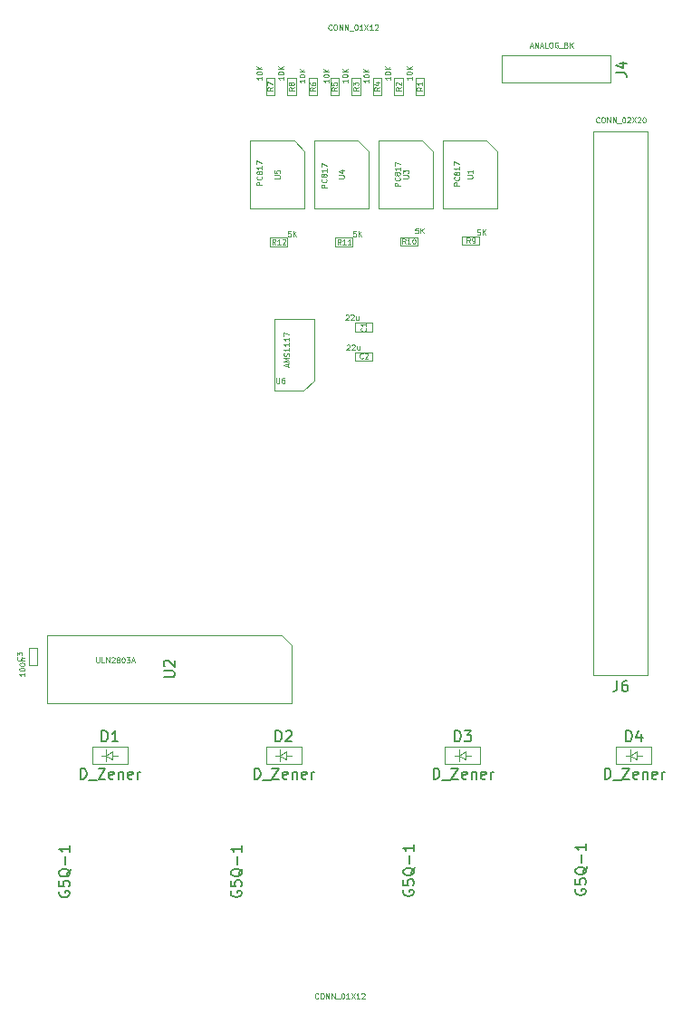
<source format=gbr>
G04 #@! TF.FileFunction,Other,Fab,Top*
%FSLAX46Y46*%
G04 Gerber Fmt 4.6, Leading zero omitted, Abs format (unit mm)*
G04 Created by KiCad (PCBNEW 4.0.6-e0-6349~53~ubuntu16.04.1) date Tue Jul  4 14:55:03 2017*
%MOMM*%
%LPD*%
G01*
G04 APERTURE LIST*
%ADD10C,0.100000*%
%ADD11C,0.150000*%
%ADD12C,0.075000*%
G04 APERTURE END LIST*
D10*
X151980000Y-89050000D02*
X151180000Y-89050000D01*
X151980000Y-87450000D02*
X151980000Y-89050000D01*
X151180000Y-87450000D02*
X151980000Y-87450000D01*
X151180000Y-89050000D02*
X151180000Y-87450000D01*
X205570000Y-32130000D02*
X195410000Y-32130000D01*
X195410000Y-32130000D02*
X195410000Y-34670000D01*
X195410000Y-34670000D02*
X205570000Y-34670000D01*
X205570000Y-34670000D02*
X205570000Y-32130000D01*
X209060000Y-90020000D02*
X209060000Y-39220000D01*
X209060000Y-39220000D02*
X203980000Y-39220000D01*
X203980000Y-39220000D02*
X203980000Y-90020000D01*
X203980000Y-90020000D02*
X209060000Y-90020000D01*
X188150000Y-35800000D02*
X187350000Y-35800000D01*
X188150000Y-34200000D02*
X188150000Y-35800000D01*
X187350000Y-34200000D02*
X188150000Y-34200000D01*
X187350000Y-35800000D02*
X187350000Y-34200000D01*
X186150000Y-35800000D02*
X185350000Y-35800000D01*
X186150000Y-34200000D02*
X186150000Y-35800000D01*
X185350000Y-34200000D02*
X186150000Y-34200000D01*
X185350000Y-35800000D02*
X185350000Y-34200000D01*
X182150000Y-35800000D02*
X181350000Y-35800000D01*
X182150000Y-34200000D02*
X182150000Y-35800000D01*
X181350000Y-34200000D02*
X182150000Y-34200000D01*
X181350000Y-35800000D02*
X181350000Y-34200000D01*
X184150000Y-35800000D02*
X183350000Y-35800000D01*
X184150000Y-34200000D02*
X184150000Y-35800000D01*
X183350000Y-34200000D02*
X184150000Y-34200000D01*
X183350000Y-35800000D02*
X183350000Y-34200000D01*
X180150000Y-35800000D02*
X179350000Y-35800000D01*
X180150000Y-34200000D02*
X180150000Y-35800000D01*
X179350000Y-34200000D02*
X180150000Y-34200000D01*
X179350000Y-35800000D02*
X179350000Y-34200000D01*
X178150000Y-35800000D02*
X177350000Y-35800000D01*
X178150000Y-34200000D02*
X178150000Y-35800000D01*
X177350000Y-34200000D02*
X178150000Y-34200000D01*
X177350000Y-35800000D02*
X177350000Y-34200000D01*
X174150000Y-35800000D02*
X173350000Y-35800000D01*
X174150000Y-34200000D02*
X174150000Y-35800000D01*
X173350000Y-34200000D02*
X174150000Y-34200000D01*
X173350000Y-35800000D02*
X173350000Y-34200000D01*
X176150000Y-35800000D02*
X175350000Y-35800000D01*
X176150000Y-34200000D02*
X176150000Y-35800000D01*
X175350000Y-34200000D02*
X176150000Y-34200000D01*
X175350000Y-35800000D02*
X175350000Y-34200000D01*
X191700000Y-49800000D02*
X191700000Y-49000000D01*
X193300000Y-49800000D02*
X191700000Y-49800000D01*
X193300000Y-49000000D02*
X193300000Y-49800000D01*
X191700000Y-49000000D02*
X193300000Y-49000000D01*
X185900000Y-49900000D02*
X185900000Y-49100000D01*
X187500000Y-49900000D02*
X185900000Y-49900000D01*
X187500000Y-49100000D02*
X187500000Y-49900000D01*
X185900000Y-49100000D02*
X187500000Y-49100000D01*
X179850000Y-49950000D02*
X179850000Y-49150000D01*
X181450000Y-49950000D02*
X179850000Y-49950000D01*
X181450000Y-49150000D02*
X181450000Y-49950000D01*
X179850000Y-49150000D02*
X181450000Y-49150000D01*
X173750000Y-49950000D02*
X173750000Y-49150000D01*
X175350000Y-49950000D02*
X173750000Y-49950000D01*
X175350000Y-49150000D02*
X175350000Y-49950000D01*
X173750000Y-49150000D02*
X175350000Y-49150000D01*
X175780000Y-87245000D02*
X175780000Y-92595000D01*
X175780000Y-92595000D02*
X152920000Y-92595000D01*
X152920000Y-92595000D02*
X152920000Y-86245000D01*
X152920000Y-86245000D02*
X174780000Y-86245000D01*
X174780000Y-86245000D02*
X175780000Y-87245000D01*
X188970000Y-41035000D02*
X188970000Y-46385000D01*
X188970000Y-46385000D02*
X183890000Y-46385000D01*
X183890000Y-46385000D02*
X183890000Y-40035000D01*
X183890000Y-40035000D02*
X187970000Y-40035000D01*
X187970000Y-40035000D02*
X188970000Y-41035000D01*
X182970000Y-41035000D02*
X182970000Y-46385000D01*
X182970000Y-46385000D02*
X177890000Y-46385000D01*
X177890000Y-46385000D02*
X177890000Y-40035000D01*
X177890000Y-40035000D02*
X181970000Y-40035000D01*
X181970000Y-40035000D02*
X182970000Y-41035000D01*
X176970000Y-41035000D02*
X176970000Y-46385000D01*
X176970000Y-46385000D02*
X171890000Y-46385000D01*
X171890000Y-46385000D02*
X171890000Y-40035000D01*
X171890000Y-40035000D02*
X175970000Y-40035000D01*
X175970000Y-40035000D02*
X176970000Y-41035000D01*
X194970000Y-41035000D02*
X194970000Y-46385000D01*
X194970000Y-46385000D02*
X189890000Y-46385000D01*
X189890000Y-46385000D02*
X189890000Y-40035000D01*
X189890000Y-40035000D02*
X193970000Y-40035000D01*
X193970000Y-40035000D02*
X194970000Y-41035000D01*
X181700000Y-57900000D02*
X181700000Y-57100000D01*
X183300000Y-57900000D02*
X181700000Y-57900000D01*
X183300000Y-57100000D02*
X183300000Y-57900000D01*
X181700000Y-57100000D02*
X183300000Y-57100000D01*
X181700000Y-60650000D02*
X181700000Y-59850000D01*
X183300000Y-60650000D02*
X181700000Y-60650000D01*
X183300000Y-59850000D02*
X183300000Y-60650000D01*
X181700000Y-59850000D02*
X183300000Y-59850000D01*
X160400000Y-96700000D02*
X160400000Y-98300000D01*
X160400000Y-98300000D02*
X157100000Y-98300000D01*
X157100000Y-98300000D02*
X157100000Y-96700000D01*
X157100000Y-96700000D02*
X160400000Y-96700000D01*
X159000000Y-97500000D02*
X159500000Y-97500000D01*
X159000000Y-97900000D02*
X158400000Y-97500000D01*
X159000000Y-97100000D02*
X159000000Y-97900000D01*
X158400000Y-97500000D02*
X159000000Y-97100000D01*
X158400000Y-97500000D02*
X158400000Y-98050000D01*
X158400000Y-97500000D02*
X158400000Y-96950000D01*
X158000000Y-97500000D02*
X158400000Y-97500000D01*
X176650000Y-96700000D02*
X176650000Y-98300000D01*
X176650000Y-98300000D02*
X173350000Y-98300000D01*
X173350000Y-98300000D02*
X173350000Y-96700000D01*
X173350000Y-96700000D02*
X176650000Y-96700000D01*
X175250000Y-97500000D02*
X175750000Y-97500000D01*
X175250000Y-97900000D02*
X174650000Y-97500000D01*
X175250000Y-97100000D02*
X175250000Y-97900000D01*
X174650000Y-97500000D02*
X175250000Y-97100000D01*
X174650000Y-97500000D02*
X174650000Y-98050000D01*
X174650000Y-97500000D02*
X174650000Y-96950000D01*
X174250000Y-97500000D02*
X174650000Y-97500000D01*
X193400000Y-96700000D02*
X193400000Y-98300000D01*
X193400000Y-98300000D02*
X190100000Y-98300000D01*
X190100000Y-98300000D02*
X190100000Y-96700000D01*
X190100000Y-96700000D02*
X193400000Y-96700000D01*
X192000000Y-97500000D02*
X192500000Y-97500000D01*
X192000000Y-97900000D02*
X191400000Y-97500000D01*
X192000000Y-97100000D02*
X192000000Y-97900000D01*
X191400000Y-97500000D02*
X192000000Y-97100000D01*
X191400000Y-97500000D02*
X191400000Y-98050000D01*
X191400000Y-97500000D02*
X191400000Y-96950000D01*
X191000000Y-97500000D02*
X191400000Y-97500000D01*
X209400000Y-96700000D02*
X209400000Y-98300000D01*
X209400000Y-98300000D02*
X206100000Y-98300000D01*
X206100000Y-98300000D02*
X206100000Y-96700000D01*
X206100000Y-96700000D02*
X209400000Y-96700000D01*
X208000000Y-97500000D02*
X208500000Y-97500000D01*
X208000000Y-97900000D02*
X207400000Y-97500000D01*
X208000000Y-97100000D02*
X208000000Y-97900000D01*
X207400000Y-97500000D02*
X208000000Y-97100000D01*
X207400000Y-97500000D02*
X207400000Y-98050000D01*
X207400000Y-97500000D02*
X207400000Y-96950000D01*
X207000000Y-97500000D02*
X207400000Y-97500000D01*
X177850000Y-62450000D02*
X176850000Y-63450000D01*
X177850000Y-62450000D02*
X177850000Y-56750000D01*
X176850000Y-63450000D02*
X174150000Y-63450000D01*
X177850000Y-56750000D02*
X174150000Y-56750000D01*
X174150000Y-63450000D02*
X174150000Y-56750000D01*
X150806190Y-89809523D02*
X150806190Y-90095237D01*
X150806190Y-89952380D02*
X150306190Y-89952380D01*
X150377619Y-89999999D01*
X150425238Y-90047618D01*
X150449048Y-90095237D01*
X150306190Y-89499999D02*
X150306190Y-89452380D01*
X150330000Y-89404761D01*
X150353810Y-89380952D01*
X150401429Y-89357142D01*
X150496667Y-89333333D01*
X150615714Y-89333333D01*
X150710952Y-89357142D01*
X150758571Y-89380952D01*
X150782381Y-89404761D01*
X150806190Y-89452380D01*
X150806190Y-89499999D01*
X150782381Y-89547618D01*
X150758571Y-89571428D01*
X150710952Y-89595237D01*
X150615714Y-89619047D01*
X150496667Y-89619047D01*
X150401429Y-89595237D01*
X150353810Y-89571428D01*
X150330000Y-89547618D01*
X150306190Y-89499999D01*
X150306190Y-89023809D02*
X150306190Y-88976190D01*
X150330000Y-88928571D01*
X150353810Y-88904762D01*
X150401429Y-88880952D01*
X150496667Y-88857143D01*
X150615714Y-88857143D01*
X150710952Y-88880952D01*
X150758571Y-88904762D01*
X150782381Y-88928571D01*
X150806190Y-88976190D01*
X150806190Y-89023809D01*
X150782381Y-89071428D01*
X150758571Y-89095238D01*
X150710952Y-89119047D01*
X150615714Y-89142857D01*
X150496667Y-89142857D01*
X150401429Y-89119047D01*
X150353810Y-89095238D01*
X150330000Y-89071428D01*
X150306190Y-89023809D01*
X150472857Y-88642857D02*
X150806190Y-88642857D01*
X150520476Y-88642857D02*
X150496667Y-88619048D01*
X150472857Y-88571429D01*
X150472857Y-88500000D01*
X150496667Y-88452381D01*
X150544286Y-88428572D01*
X150806190Y-88428572D01*
X150508571Y-88333333D02*
X150532381Y-88357143D01*
X150556190Y-88428571D01*
X150556190Y-88476190D01*
X150532381Y-88547619D01*
X150484762Y-88595238D01*
X150437143Y-88619047D01*
X150341905Y-88642857D01*
X150270476Y-88642857D01*
X150175238Y-88619047D01*
X150127619Y-88595238D01*
X150080000Y-88547619D01*
X150056190Y-88476190D01*
X150056190Y-88428571D01*
X150080000Y-88357143D01*
X150103810Y-88333333D01*
X150056190Y-88166666D02*
X150056190Y-87857143D01*
X150246667Y-88023809D01*
X150246667Y-87952381D01*
X150270476Y-87904762D01*
X150294286Y-87880952D01*
X150341905Y-87857143D01*
X150460952Y-87857143D01*
X150508571Y-87880952D01*
X150532381Y-87904762D01*
X150556190Y-87952381D01*
X150556190Y-88095238D01*
X150532381Y-88142857D01*
X150508571Y-88166666D01*
X179488096Y-29678571D02*
X179464286Y-29702381D01*
X179392858Y-29726190D01*
X179345239Y-29726190D01*
X179273810Y-29702381D01*
X179226191Y-29654762D01*
X179202382Y-29607143D01*
X179178572Y-29511905D01*
X179178572Y-29440476D01*
X179202382Y-29345238D01*
X179226191Y-29297619D01*
X179273810Y-29250000D01*
X179345239Y-29226190D01*
X179392858Y-29226190D01*
X179464286Y-29250000D01*
X179488096Y-29273810D01*
X179797620Y-29226190D02*
X179892858Y-29226190D01*
X179940477Y-29250000D01*
X179988096Y-29297619D01*
X180011905Y-29392857D01*
X180011905Y-29559524D01*
X179988096Y-29654762D01*
X179940477Y-29702381D01*
X179892858Y-29726190D01*
X179797620Y-29726190D01*
X179750001Y-29702381D01*
X179702382Y-29654762D01*
X179678572Y-29559524D01*
X179678572Y-29392857D01*
X179702382Y-29297619D01*
X179750001Y-29250000D01*
X179797620Y-29226190D01*
X180226192Y-29726190D02*
X180226192Y-29226190D01*
X180511906Y-29726190D01*
X180511906Y-29226190D01*
X180750002Y-29726190D02*
X180750002Y-29226190D01*
X181035716Y-29726190D01*
X181035716Y-29226190D01*
X181154764Y-29773810D02*
X181535716Y-29773810D01*
X181750002Y-29226190D02*
X181797621Y-29226190D01*
X181845240Y-29250000D01*
X181869049Y-29273810D01*
X181892859Y-29321429D01*
X181916668Y-29416667D01*
X181916668Y-29535714D01*
X181892859Y-29630952D01*
X181869049Y-29678571D01*
X181845240Y-29702381D01*
X181797621Y-29726190D01*
X181750002Y-29726190D01*
X181702383Y-29702381D01*
X181678573Y-29678571D01*
X181654764Y-29630952D01*
X181630954Y-29535714D01*
X181630954Y-29416667D01*
X181654764Y-29321429D01*
X181678573Y-29273810D01*
X181702383Y-29250000D01*
X181750002Y-29226190D01*
X182392858Y-29726190D02*
X182107144Y-29726190D01*
X182250001Y-29726190D02*
X182250001Y-29226190D01*
X182202382Y-29297619D01*
X182154763Y-29345238D01*
X182107144Y-29369048D01*
X182559525Y-29226190D02*
X182892858Y-29726190D01*
X182892858Y-29226190D02*
X182559525Y-29726190D01*
X183345238Y-29726190D02*
X183059524Y-29726190D01*
X183202381Y-29726190D02*
X183202381Y-29226190D01*
X183154762Y-29297619D01*
X183107143Y-29345238D01*
X183059524Y-29369048D01*
X183535714Y-29273810D02*
X183559524Y-29250000D01*
X183607143Y-29226190D01*
X183726190Y-29226190D01*
X183773809Y-29250000D01*
X183797619Y-29273810D01*
X183821428Y-29321429D01*
X183821428Y-29369048D01*
X183797619Y-29440476D01*
X183511905Y-29726190D01*
X183821428Y-29726190D01*
X198050000Y-31233333D02*
X198288095Y-31233333D01*
X198002381Y-31376190D02*
X198169048Y-30876190D01*
X198335714Y-31376190D01*
X198502381Y-31376190D02*
X198502381Y-30876190D01*
X198788095Y-31376190D01*
X198788095Y-30876190D01*
X199002381Y-31233333D02*
X199240476Y-31233333D01*
X198954762Y-31376190D02*
X199121429Y-30876190D01*
X199288095Y-31376190D01*
X199692857Y-31376190D02*
X199454762Y-31376190D01*
X199454762Y-30876190D01*
X199954762Y-30876190D02*
X200050000Y-30876190D01*
X200097619Y-30900000D01*
X200145238Y-30947619D01*
X200169047Y-31042857D01*
X200169047Y-31209524D01*
X200145238Y-31304762D01*
X200097619Y-31352381D01*
X200050000Y-31376190D01*
X199954762Y-31376190D01*
X199907143Y-31352381D01*
X199859524Y-31304762D01*
X199835714Y-31209524D01*
X199835714Y-31042857D01*
X199859524Y-30947619D01*
X199907143Y-30900000D01*
X199954762Y-30876190D01*
X200645238Y-30900000D02*
X200597619Y-30876190D01*
X200526191Y-30876190D01*
X200454762Y-30900000D01*
X200407143Y-30947619D01*
X200383334Y-30995238D01*
X200359524Y-31090476D01*
X200359524Y-31161905D01*
X200383334Y-31257143D01*
X200407143Y-31304762D01*
X200454762Y-31352381D01*
X200526191Y-31376190D01*
X200573810Y-31376190D01*
X200645238Y-31352381D01*
X200669048Y-31328571D01*
X200669048Y-31161905D01*
X200573810Y-31161905D01*
X200764286Y-31423810D02*
X201145238Y-31423810D01*
X201430952Y-31114286D02*
X201502381Y-31138095D01*
X201526190Y-31161905D01*
X201550000Y-31209524D01*
X201550000Y-31280952D01*
X201526190Y-31328571D01*
X201502381Y-31352381D01*
X201454762Y-31376190D01*
X201264286Y-31376190D01*
X201264286Y-30876190D01*
X201430952Y-30876190D01*
X201478571Y-30900000D01*
X201502381Y-30923810D01*
X201526190Y-30971429D01*
X201526190Y-31019048D01*
X201502381Y-31066667D01*
X201478571Y-31090476D01*
X201430952Y-31114286D01*
X201264286Y-31114286D01*
X201764286Y-31376190D02*
X201764286Y-30876190D01*
X202050000Y-31376190D02*
X201835714Y-31090476D01*
X202050000Y-30876190D02*
X201764286Y-31161905D01*
D11*
X206082381Y-33733333D02*
X206796667Y-33733333D01*
X206939524Y-33780953D01*
X207034762Y-33876191D01*
X207082381Y-34019048D01*
X207082381Y-34114286D01*
X206415714Y-32828571D02*
X207082381Y-32828571D01*
X206034762Y-33066667D02*
X206749048Y-33304762D01*
X206749048Y-32685714D01*
D10*
X178238096Y-120178571D02*
X178214286Y-120202381D01*
X178142858Y-120226190D01*
X178095239Y-120226190D01*
X178023810Y-120202381D01*
X177976191Y-120154762D01*
X177952382Y-120107143D01*
X177928572Y-120011905D01*
X177928572Y-119940476D01*
X177952382Y-119845238D01*
X177976191Y-119797619D01*
X178023810Y-119750000D01*
X178095239Y-119726190D01*
X178142858Y-119726190D01*
X178214286Y-119750000D01*
X178238096Y-119773810D01*
X178547620Y-119726190D02*
X178642858Y-119726190D01*
X178690477Y-119750000D01*
X178738096Y-119797619D01*
X178761905Y-119892857D01*
X178761905Y-120059524D01*
X178738096Y-120154762D01*
X178690477Y-120202381D01*
X178642858Y-120226190D01*
X178547620Y-120226190D01*
X178500001Y-120202381D01*
X178452382Y-120154762D01*
X178428572Y-120059524D01*
X178428572Y-119892857D01*
X178452382Y-119797619D01*
X178500001Y-119750000D01*
X178547620Y-119726190D01*
X178976192Y-120226190D02*
X178976192Y-119726190D01*
X179261906Y-120226190D01*
X179261906Y-119726190D01*
X179500002Y-120226190D02*
X179500002Y-119726190D01*
X179785716Y-120226190D01*
X179785716Y-119726190D01*
X179904764Y-120273810D02*
X180285716Y-120273810D01*
X180500002Y-119726190D02*
X180547621Y-119726190D01*
X180595240Y-119750000D01*
X180619049Y-119773810D01*
X180642859Y-119821429D01*
X180666668Y-119916667D01*
X180666668Y-120035714D01*
X180642859Y-120130952D01*
X180619049Y-120178571D01*
X180595240Y-120202381D01*
X180547621Y-120226190D01*
X180500002Y-120226190D01*
X180452383Y-120202381D01*
X180428573Y-120178571D01*
X180404764Y-120130952D01*
X180380954Y-120035714D01*
X180380954Y-119916667D01*
X180404764Y-119821429D01*
X180428573Y-119773810D01*
X180452383Y-119750000D01*
X180500002Y-119726190D01*
X181142858Y-120226190D02*
X180857144Y-120226190D01*
X181000001Y-120226190D02*
X181000001Y-119726190D01*
X180952382Y-119797619D01*
X180904763Y-119845238D01*
X180857144Y-119869048D01*
X181309525Y-119726190D02*
X181642858Y-120226190D01*
X181642858Y-119726190D02*
X181309525Y-120226190D01*
X182095238Y-120226190D02*
X181809524Y-120226190D01*
X181952381Y-120226190D02*
X181952381Y-119726190D01*
X181904762Y-119797619D01*
X181857143Y-119845238D01*
X181809524Y-119869048D01*
X182285714Y-119773810D02*
X182309524Y-119750000D01*
X182357143Y-119726190D01*
X182476190Y-119726190D01*
X182523809Y-119750000D01*
X182547619Y-119773810D01*
X182571428Y-119821429D01*
X182571428Y-119869048D01*
X182547619Y-119940476D01*
X182261905Y-120226190D01*
X182571428Y-120226190D01*
X204508096Y-38338571D02*
X204484286Y-38362381D01*
X204412858Y-38386190D01*
X204365239Y-38386190D01*
X204293810Y-38362381D01*
X204246191Y-38314762D01*
X204222382Y-38267143D01*
X204198572Y-38171905D01*
X204198572Y-38100476D01*
X204222382Y-38005238D01*
X204246191Y-37957619D01*
X204293810Y-37910000D01*
X204365239Y-37886190D01*
X204412858Y-37886190D01*
X204484286Y-37910000D01*
X204508096Y-37933810D01*
X204817620Y-37886190D02*
X204912858Y-37886190D01*
X204960477Y-37910000D01*
X205008096Y-37957619D01*
X205031905Y-38052857D01*
X205031905Y-38219524D01*
X205008096Y-38314762D01*
X204960477Y-38362381D01*
X204912858Y-38386190D01*
X204817620Y-38386190D01*
X204770001Y-38362381D01*
X204722382Y-38314762D01*
X204698572Y-38219524D01*
X204698572Y-38052857D01*
X204722382Y-37957619D01*
X204770001Y-37910000D01*
X204817620Y-37886190D01*
X205246192Y-38386190D02*
X205246192Y-37886190D01*
X205531906Y-38386190D01*
X205531906Y-37886190D01*
X205770002Y-38386190D02*
X205770002Y-37886190D01*
X206055716Y-38386190D01*
X206055716Y-37886190D01*
X206174764Y-38433810D02*
X206555716Y-38433810D01*
X206770002Y-37886190D02*
X206817621Y-37886190D01*
X206865240Y-37910000D01*
X206889049Y-37933810D01*
X206912859Y-37981429D01*
X206936668Y-38076667D01*
X206936668Y-38195714D01*
X206912859Y-38290952D01*
X206889049Y-38338571D01*
X206865240Y-38362381D01*
X206817621Y-38386190D01*
X206770002Y-38386190D01*
X206722383Y-38362381D01*
X206698573Y-38338571D01*
X206674764Y-38290952D01*
X206650954Y-38195714D01*
X206650954Y-38076667D01*
X206674764Y-37981429D01*
X206698573Y-37933810D01*
X206722383Y-37910000D01*
X206770002Y-37886190D01*
X207127144Y-37933810D02*
X207150954Y-37910000D01*
X207198573Y-37886190D01*
X207317620Y-37886190D01*
X207365239Y-37910000D01*
X207389049Y-37933810D01*
X207412858Y-37981429D01*
X207412858Y-38029048D01*
X207389049Y-38100476D01*
X207103335Y-38386190D01*
X207412858Y-38386190D01*
X207579525Y-37886190D02*
X207912858Y-38386190D01*
X207912858Y-37886190D02*
X207579525Y-38386190D01*
X208079524Y-37933810D02*
X208103334Y-37910000D01*
X208150953Y-37886190D01*
X208270000Y-37886190D01*
X208317619Y-37910000D01*
X208341429Y-37933810D01*
X208365238Y-37981429D01*
X208365238Y-38029048D01*
X208341429Y-38100476D01*
X208055715Y-38386190D01*
X208365238Y-38386190D01*
X208674762Y-37886190D02*
X208722381Y-37886190D01*
X208770000Y-37910000D01*
X208793809Y-37933810D01*
X208817619Y-37981429D01*
X208841428Y-38076667D01*
X208841428Y-38195714D01*
X208817619Y-38290952D01*
X208793809Y-38338571D01*
X208770000Y-38362381D01*
X208722381Y-38386190D01*
X208674762Y-38386190D01*
X208627143Y-38362381D01*
X208603333Y-38338571D01*
X208579524Y-38290952D01*
X208555714Y-38195714D01*
X208555714Y-38076667D01*
X208579524Y-37981429D01*
X208603333Y-37933810D01*
X208627143Y-37910000D01*
X208674762Y-37886190D01*
D11*
X206186667Y-90532381D02*
X206186667Y-91246667D01*
X206139047Y-91389524D01*
X206043809Y-91484762D01*
X205900952Y-91532381D01*
X205805714Y-91532381D01*
X207091429Y-90532381D02*
X206900952Y-90532381D01*
X206805714Y-90580000D01*
X206758095Y-90627619D01*
X206662857Y-90770476D01*
X206615238Y-90960952D01*
X206615238Y-91341905D01*
X206662857Y-91437143D01*
X206710476Y-91484762D01*
X206805714Y-91532381D01*
X206996191Y-91532381D01*
X207091429Y-91484762D01*
X207139048Y-91437143D01*
X207186667Y-91341905D01*
X207186667Y-91103810D01*
X207139048Y-91008571D01*
X207091429Y-90960952D01*
X206996191Y-90913333D01*
X206805714Y-90913333D01*
X206710476Y-90960952D01*
X206662857Y-91008571D01*
X206615238Y-91103810D01*
D10*
X186976190Y-34095238D02*
X186976190Y-34380952D01*
X186976190Y-34238095D02*
X186476190Y-34238095D01*
X186547619Y-34285714D01*
X186595238Y-34333333D01*
X186619048Y-34380952D01*
X186476190Y-33785714D02*
X186476190Y-33738095D01*
X186500000Y-33690476D01*
X186523810Y-33666667D01*
X186571429Y-33642857D01*
X186666667Y-33619048D01*
X186785714Y-33619048D01*
X186880952Y-33642857D01*
X186928571Y-33666667D01*
X186952381Y-33690476D01*
X186976190Y-33738095D01*
X186976190Y-33785714D01*
X186952381Y-33833333D01*
X186928571Y-33857143D01*
X186880952Y-33880952D01*
X186785714Y-33904762D01*
X186666667Y-33904762D01*
X186571429Y-33880952D01*
X186523810Y-33857143D01*
X186500000Y-33833333D01*
X186476190Y-33785714D01*
X186976190Y-33404762D02*
X186476190Y-33404762D01*
X186976190Y-33119048D02*
X186690476Y-33333334D01*
X186476190Y-33119048D02*
X186761905Y-33404762D01*
D12*
X187976190Y-35083333D02*
X187738095Y-35250000D01*
X187976190Y-35369047D02*
X187476190Y-35369047D01*
X187476190Y-35178571D01*
X187500000Y-35130952D01*
X187523810Y-35107143D01*
X187571429Y-35083333D01*
X187642857Y-35083333D01*
X187690476Y-35107143D01*
X187714286Y-35130952D01*
X187738095Y-35178571D01*
X187738095Y-35369047D01*
X187976190Y-34607143D02*
X187976190Y-34892857D01*
X187976190Y-34750000D02*
X187476190Y-34750000D01*
X187547619Y-34797619D01*
X187595238Y-34845238D01*
X187619048Y-34892857D01*
D10*
X184976190Y-34095238D02*
X184976190Y-34380952D01*
X184976190Y-34238095D02*
X184476190Y-34238095D01*
X184547619Y-34285714D01*
X184595238Y-34333333D01*
X184619048Y-34380952D01*
X184476190Y-33785714D02*
X184476190Y-33738095D01*
X184500000Y-33690476D01*
X184523810Y-33666667D01*
X184571429Y-33642857D01*
X184666667Y-33619048D01*
X184785714Y-33619048D01*
X184880952Y-33642857D01*
X184928571Y-33666667D01*
X184952381Y-33690476D01*
X184976190Y-33738095D01*
X184976190Y-33785714D01*
X184952381Y-33833333D01*
X184928571Y-33857143D01*
X184880952Y-33880952D01*
X184785714Y-33904762D01*
X184666667Y-33904762D01*
X184571429Y-33880952D01*
X184523810Y-33857143D01*
X184500000Y-33833333D01*
X184476190Y-33785714D01*
X184976190Y-33404762D02*
X184476190Y-33404762D01*
X184976190Y-33119048D02*
X184690476Y-33333334D01*
X184476190Y-33119048D02*
X184761905Y-33404762D01*
D12*
X185976190Y-35083333D02*
X185738095Y-35250000D01*
X185976190Y-35369047D02*
X185476190Y-35369047D01*
X185476190Y-35178571D01*
X185500000Y-35130952D01*
X185523810Y-35107143D01*
X185571429Y-35083333D01*
X185642857Y-35083333D01*
X185690476Y-35107143D01*
X185714286Y-35130952D01*
X185738095Y-35178571D01*
X185738095Y-35369047D01*
X185523810Y-34892857D02*
X185500000Y-34869047D01*
X185476190Y-34821428D01*
X185476190Y-34702381D01*
X185500000Y-34654762D01*
X185523810Y-34630952D01*
X185571429Y-34607143D01*
X185619048Y-34607143D01*
X185690476Y-34630952D01*
X185976190Y-34916666D01*
X185976190Y-34607143D01*
D10*
X180976190Y-34345238D02*
X180976190Y-34630952D01*
X180976190Y-34488095D02*
X180476190Y-34488095D01*
X180547619Y-34535714D01*
X180595238Y-34583333D01*
X180619048Y-34630952D01*
X180476190Y-34035714D02*
X180476190Y-33988095D01*
X180500000Y-33940476D01*
X180523810Y-33916667D01*
X180571429Y-33892857D01*
X180666667Y-33869048D01*
X180785714Y-33869048D01*
X180880952Y-33892857D01*
X180928571Y-33916667D01*
X180952381Y-33940476D01*
X180976190Y-33988095D01*
X180976190Y-34035714D01*
X180952381Y-34083333D01*
X180928571Y-34107143D01*
X180880952Y-34130952D01*
X180785714Y-34154762D01*
X180666667Y-34154762D01*
X180571429Y-34130952D01*
X180523810Y-34107143D01*
X180500000Y-34083333D01*
X180476190Y-34035714D01*
X180976190Y-33654762D02*
X180476190Y-33654762D01*
X180976190Y-33369048D02*
X180690476Y-33583334D01*
X180476190Y-33369048D02*
X180761905Y-33654762D01*
D12*
X181976190Y-35083333D02*
X181738095Y-35250000D01*
X181976190Y-35369047D02*
X181476190Y-35369047D01*
X181476190Y-35178571D01*
X181500000Y-35130952D01*
X181523810Y-35107143D01*
X181571429Y-35083333D01*
X181642857Y-35083333D01*
X181690476Y-35107143D01*
X181714286Y-35130952D01*
X181738095Y-35178571D01*
X181738095Y-35369047D01*
X181476190Y-34916666D02*
X181476190Y-34607143D01*
X181666667Y-34773809D01*
X181666667Y-34702381D01*
X181690476Y-34654762D01*
X181714286Y-34630952D01*
X181761905Y-34607143D01*
X181880952Y-34607143D01*
X181928571Y-34630952D01*
X181952381Y-34654762D01*
X181976190Y-34702381D01*
X181976190Y-34845238D01*
X181952381Y-34892857D01*
X181928571Y-34916666D01*
D10*
X182976190Y-34345238D02*
X182976190Y-34630952D01*
X182976190Y-34488095D02*
X182476190Y-34488095D01*
X182547619Y-34535714D01*
X182595238Y-34583333D01*
X182619048Y-34630952D01*
X182476190Y-34035714D02*
X182476190Y-33988095D01*
X182500000Y-33940476D01*
X182523810Y-33916667D01*
X182571429Y-33892857D01*
X182666667Y-33869048D01*
X182785714Y-33869048D01*
X182880952Y-33892857D01*
X182928571Y-33916667D01*
X182952381Y-33940476D01*
X182976190Y-33988095D01*
X182976190Y-34035714D01*
X182952381Y-34083333D01*
X182928571Y-34107143D01*
X182880952Y-34130952D01*
X182785714Y-34154762D01*
X182666667Y-34154762D01*
X182571429Y-34130952D01*
X182523810Y-34107143D01*
X182500000Y-34083333D01*
X182476190Y-34035714D01*
X182976190Y-33654762D02*
X182476190Y-33654762D01*
X182976190Y-33369048D02*
X182690476Y-33583334D01*
X182476190Y-33369048D02*
X182761905Y-33654762D01*
D12*
X183976190Y-35083333D02*
X183738095Y-35250000D01*
X183976190Y-35369047D02*
X183476190Y-35369047D01*
X183476190Y-35178571D01*
X183500000Y-35130952D01*
X183523810Y-35107143D01*
X183571429Y-35083333D01*
X183642857Y-35083333D01*
X183690476Y-35107143D01*
X183714286Y-35130952D01*
X183738095Y-35178571D01*
X183738095Y-35369047D01*
X183642857Y-34654762D02*
X183976190Y-34654762D01*
X183452381Y-34773809D02*
X183809524Y-34892857D01*
X183809524Y-34583333D01*
D10*
X179226190Y-34345238D02*
X179226190Y-34630952D01*
X179226190Y-34488095D02*
X178726190Y-34488095D01*
X178797619Y-34535714D01*
X178845238Y-34583333D01*
X178869048Y-34630952D01*
X178726190Y-34035714D02*
X178726190Y-33988095D01*
X178750000Y-33940476D01*
X178773810Y-33916667D01*
X178821429Y-33892857D01*
X178916667Y-33869048D01*
X179035714Y-33869048D01*
X179130952Y-33892857D01*
X179178571Y-33916667D01*
X179202381Y-33940476D01*
X179226190Y-33988095D01*
X179226190Y-34035714D01*
X179202381Y-34083333D01*
X179178571Y-34107143D01*
X179130952Y-34130952D01*
X179035714Y-34154762D01*
X178916667Y-34154762D01*
X178821429Y-34130952D01*
X178773810Y-34107143D01*
X178750000Y-34083333D01*
X178726190Y-34035714D01*
X179226190Y-33654762D02*
X178726190Y-33654762D01*
X179226190Y-33369048D02*
X178940476Y-33583334D01*
X178726190Y-33369048D02*
X179011905Y-33654762D01*
D12*
X179976190Y-35083333D02*
X179738095Y-35250000D01*
X179976190Y-35369047D02*
X179476190Y-35369047D01*
X179476190Y-35178571D01*
X179500000Y-35130952D01*
X179523810Y-35107143D01*
X179571429Y-35083333D01*
X179642857Y-35083333D01*
X179690476Y-35107143D01*
X179714286Y-35130952D01*
X179738095Y-35178571D01*
X179738095Y-35369047D01*
X179476190Y-34630952D02*
X179476190Y-34869047D01*
X179714286Y-34892857D01*
X179690476Y-34869047D01*
X179666667Y-34821428D01*
X179666667Y-34702381D01*
X179690476Y-34654762D01*
X179714286Y-34630952D01*
X179761905Y-34607143D01*
X179880952Y-34607143D01*
X179928571Y-34630952D01*
X179952381Y-34654762D01*
X179976190Y-34702381D01*
X179976190Y-34821428D01*
X179952381Y-34869047D01*
X179928571Y-34892857D01*
D10*
X176976190Y-34345238D02*
X176976190Y-34630952D01*
X176976190Y-34488095D02*
X176476190Y-34488095D01*
X176547619Y-34535714D01*
X176595238Y-34583333D01*
X176619048Y-34630952D01*
X176476190Y-34035714D02*
X176476190Y-33988095D01*
X176500000Y-33940476D01*
X176523810Y-33916667D01*
X176571429Y-33892857D01*
X176666667Y-33869048D01*
X176785714Y-33869048D01*
X176880952Y-33892857D01*
X176928571Y-33916667D01*
X176952381Y-33940476D01*
X176976190Y-33988095D01*
X176976190Y-34035714D01*
X176952381Y-34083333D01*
X176928571Y-34107143D01*
X176880952Y-34130952D01*
X176785714Y-34154762D01*
X176666667Y-34154762D01*
X176571429Y-34130952D01*
X176523810Y-34107143D01*
X176500000Y-34083333D01*
X176476190Y-34035714D01*
X176976190Y-33654762D02*
X176476190Y-33654762D01*
X176976190Y-33369048D02*
X176690476Y-33583334D01*
X176476190Y-33369048D02*
X176761905Y-33654762D01*
D12*
X177976190Y-35083333D02*
X177738095Y-35250000D01*
X177976190Y-35369047D02*
X177476190Y-35369047D01*
X177476190Y-35178571D01*
X177500000Y-35130952D01*
X177523810Y-35107143D01*
X177571429Y-35083333D01*
X177642857Y-35083333D01*
X177690476Y-35107143D01*
X177714286Y-35130952D01*
X177738095Y-35178571D01*
X177738095Y-35369047D01*
X177476190Y-34654762D02*
X177476190Y-34750000D01*
X177500000Y-34797619D01*
X177523810Y-34821428D01*
X177595238Y-34869047D01*
X177690476Y-34892857D01*
X177880952Y-34892857D01*
X177928571Y-34869047D01*
X177952381Y-34845238D01*
X177976190Y-34797619D01*
X177976190Y-34702381D01*
X177952381Y-34654762D01*
X177928571Y-34630952D01*
X177880952Y-34607143D01*
X177761905Y-34607143D01*
X177714286Y-34630952D01*
X177690476Y-34654762D01*
X177666667Y-34702381D01*
X177666667Y-34797619D01*
X177690476Y-34845238D01*
X177714286Y-34869047D01*
X177761905Y-34892857D01*
D10*
X172976190Y-34095238D02*
X172976190Y-34380952D01*
X172976190Y-34238095D02*
X172476190Y-34238095D01*
X172547619Y-34285714D01*
X172595238Y-34333333D01*
X172619048Y-34380952D01*
X172476190Y-33785714D02*
X172476190Y-33738095D01*
X172500000Y-33690476D01*
X172523810Y-33666667D01*
X172571429Y-33642857D01*
X172666667Y-33619048D01*
X172785714Y-33619048D01*
X172880952Y-33642857D01*
X172928571Y-33666667D01*
X172952381Y-33690476D01*
X172976190Y-33738095D01*
X172976190Y-33785714D01*
X172952381Y-33833333D01*
X172928571Y-33857143D01*
X172880952Y-33880952D01*
X172785714Y-33904762D01*
X172666667Y-33904762D01*
X172571429Y-33880952D01*
X172523810Y-33857143D01*
X172500000Y-33833333D01*
X172476190Y-33785714D01*
X172976190Y-33404762D02*
X172476190Y-33404762D01*
X172976190Y-33119048D02*
X172690476Y-33333334D01*
X172476190Y-33119048D02*
X172761905Y-33404762D01*
D12*
X173976190Y-35083333D02*
X173738095Y-35250000D01*
X173976190Y-35369047D02*
X173476190Y-35369047D01*
X173476190Y-35178571D01*
X173500000Y-35130952D01*
X173523810Y-35107143D01*
X173571429Y-35083333D01*
X173642857Y-35083333D01*
X173690476Y-35107143D01*
X173714286Y-35130952D01*
X173738095Y-35178571D01*
X173738095Y-35369047D01*
X173476190Y-34916666D02*
X173476190Y-34583333D01*
X173976190Y-34797619D01*
D10*
X174976190Y-34095238D02*
X174976190Y-34380952D01*
X174976190Y-34238095D02*
X174476190Y-34238095D01*
X174547619Y-34285714D01*
X174595238Y-34333333D01*
X174619048Y-34380952D01*
X174476190Y-33785714D02*
X174476190Y-33738095D01*
X174500000Y-33690476D01*
X174523810Y-33666667D01*
X174571429Y-33642857D01*
X174666667Y-33619048D01*
X174785714Y-33619048D01*
X174880952Y-33642857D01*
X174928571Y-33666667D01*
X174952381Y-33690476D01*
X174976190Y-33738095D01*
X174976190Y-33785714D01*
X174952381Y-33833333D01*
X174928571Y-33857143D01*
X174880952Y-33880952D01*
X174785714Y-33904762D01*
X174666667Y-33904762D01*
X174571429Y-33880952D01*
X174523810Y-33857143D01*
X174500000Y-33833333D01*
X174476190Y-33785714D01*
X174976190Y-33404762D02*
X174476190Y-33404762D01*
X174976190Y-33119048D02*
X174690476Y-33333334D01*
X174476190Y-33119048D02*
X174761905Y-33404762D01*
D12*
X175976190Y-35083333D02*
X175738095Y-35250000D01*
X175976190Y-35369047D02*
X175476190Y-35369047D01*
X175476190Y-35178571D01*
X175500000Y-35130952D01*
X175523810Y-35107143D01*
X175571429Y-35083333D01*
X175642857Y-35083333D01*
X175690476Y-35107143D01*
X175714286Y-35130952D01*
X175738095Y-35178571D01*
X175738095Y-35369047D01*
X175690476Y-34797619D02*
X175666667Y-34845238D01*
X175642857Y-34869047D01*
X175595238Y-34892857D01*
X175571429Y-34892857D01*
X175523810Y-34869047D01*
X175500000Y-34845238D01*
X175476190Y-34797619D01*
X175476190Y-34702381D01*
X175500000Y-34654762D01*
X175523810Y-34630952D01*
X175571429Y-34607143D01*
X175595238Y-34607143D01*
X175642857Y-34630952D01*
X175666667Y-34654762D01*
X175690476Y-34702381D01*
X175690476Y-34797619D01*
X175714286Y-34845238D01*
X175738095Y-34869047D01*
X175785714Y-34892857D01*
X175880952Y-34892857D01*
X175928571Y-34869047D01*
X175952381Y-34845238D01*
X175976190Y-34797619D01*
X175976190Y-34702381D01*
X175952381Y-34654762D01*
X175928571Y-34630952D01*
X175880952Y-34607143D01*
X175785714Y-34607143D01*
X175738095Y-34630952D01*
X175714286Y-34654762D01*
X175690476Y-34702381D01*
D10*
X193369048Y-48376190D02*
X193130953Y-48376190D01*
X193107143Y-48614286D01*
X193130953Y-48590476D01*
X193178572Y-48566667D01*
X193297619Y-48566667D01*
X193345238Y-48590476D01*
X193369048Y-48614286D01*
X193392857Y-48661905D01*
X193392857Y-48780952D01*
X193369048Y-48828571D01*
X193345238Y-48852381D01*
X193297619Y-48876190D01*
X193178572Y-48876190D01*
X193130953Y-48852381D01*
X193107143Y-48828571D01*
X193607143Y-48876190D02*
X193607143Y-48376190D01*
X193892857Y-48876190D02*
X193678571Y-48590476D01*
X193892857Y-48376190D02*
X193607143Y-48661905D01*
D12*
X192416667Y-49626190D02*
X192250000Y-49388095D01*
X192130953Y-49626190D02*
X192130953Y-49126190D01*
X192321429Y-49126190D01*
X192369048Y-49150000D01*
X192392857Y-49173810D01*
X192416667Y-49221429D01*
X192416667Y-49292857D01*
X192392857Y-49340476D01*
X192369048Y-49364286D01*
X192321429Y-49388095D01*
X192130953Y-49388095D01*
X192654762Y-49626190D02*
X192750000Y-49626190D01*
X192797619Y-49602381D01*
X192821429Y-49578571D01*
X192869048Y-49507143D01*
X192892857Y-49411905D01*
X192892857Y-49221429D01*
X192869048Y-49173810D01*
X192845238Y-49150000D01*
X192797619Y-49126190D01*
X192702381Y-49126190D01*
X192654762Y-49150000D01*
X192630953Y-49173810D01*
X192607143Y-49221429D01*
X192607143Y-49340476D01*
X192630953Y-49388095D01*
X192654762Y-49411905D01*
X192702381Y-49435714D01*
X192797619Y-49435714D01*
X192845238Y-49411905D01*
X192869048Y-49388095D01*
X192892857Y-49340476D01*
D10*
X187569048Y-48226190D02*
X187330953Y-48226190D01*
X187307143Y-48464286D01*
X187330953Y-48440476D01*
X187378572Y-48416667D01*
X187497619Y-48416667D01*
X187545238Y-48440476D01*
X187569048Y-48464286D01*
X187592857Y-48511905D01*
X187592857Y-48630952D01*
X187569048Y-48678571D01*
X187545238Y-48702381D01*
X187497619Y-48726190D01*
X187378572Y-48726190D01*
X187330953Y-48702381D01*
X187307143Y-48678571D01*
X187807143Y-48726190D02*
X187807143Y-48226190D01*
X188092857Y-48726190D02*
X187878571Y-48440476D01*
X188092857Y-48226190D02*
X187807143Y-48511905D01*
D12*
X186378572Y-49726190D02*
X186211905Y-49488095D01*
X186092858Y-49726190D02*
X186092858Y-49226190D01*
X186283334Y-49226190D01*
X186330953Y-49250000D01*
X186354762Y-49273810D01*
X186378572Y-49321429D01*
X186378572Y-49392857D01*
X186354762Y-49440476D01*
X186330953Y-49464286D01*
X186283334Y-49488095D01*
X186092858Y-49488095D01*
X186854762Y-49726190D02*
X186569048Y-49726190D01*
X186711905Y-49726190D02*
X186711905Y-49226190D01*
X186664286Y-49297619D01*
X186616667Y-49345238D01*
X186569048Y-49369048D01*
X187164286Y-49226190D02*
X187211905Y-49226190D01*
X187259524Y-49250000D01*
X187283333Y-49273810D01*
X187307143Y-49321429D01*
X187330952Y-49416667D01*
X187330952Y-49535714D01*
X187307143Y-49630952D01*
X187283333Y-49678571D01*
X187259524Y-49702381D01*
X187211905Y-49726190D01*
X187164286Y-49726190D01*
X187116667Y-49702381D01*
X187092857Y-49678571D01*
X187069048Y-49630952D01*
X187045238Y-49535714D01*
X187045238Y-49416667D01*
X187069048Y-49321429D01*
X187092857Y-49273810D01*
X187116667Y-49250000D01*
X187164286Y-49226190D01*
D10*
X181769048Y-48526190D02*
X181530953Y-48526190D01*
X181507143Y-48764286D01*
X181530953Y-48740476D01*
X181578572Y-48716667D01*
X181697619Y-48716667D01*
X181745238Y-48740476D01*
X181769048Y-48764286D01*
X181792857Y-48811905D01*
X181792857Y-48930952D01*
X181769048Y-48978571D01*
X181745238Y-49002381D01*
X181697619Y-49026190D01*
X181578572Y-49026190D01*
X181530953Y-49002381D01*
X181507143Y-48978571D01*
X182007143Y-49026190D02*
X182007143Y-48526190D01*
X182292857Y-49026190D02*
X182078571Y-48740476D01*
X182292857Y-48526190D02*
X182007143Y-48811905D01*
D12*
X180328572Y-49776190D02*
X180161905Y-49538095D01*
X180042858Y-49776190D02*
X180042858Y-49276190D01*
X180233334Y-49276190D01*
X180280953Y-49300000D01*
X180304762Y-49323810D01*
X180328572Y-49371429D01*
X180328572Y-49442857D01*
X180304762Y-49490476D01*
X180280953Y-49514286D01*
X180233334Y-49538095D01*
X180042858Y-49538095D01*
X180804762Y-49776190D02*
X180519048Y-49776190D01*
X180661905Y-49776190D02*
X180661905Y-49276190D01*
X180614286Y-49347619D01*
X180566667Y-49395238D01*
X180519048Y-49419048D01*
X181280952Y-49776190D02*
X180995238Y-49776190D01*
X181138095Y-49776190D02*
X181138095Y-49276190D01*
X181090476Y-49347619D01*
X181042857Y-49395238D01*
X180995238Y-49419048D01*
D10*
X175669048Y-48526190D02*
X175430953Y-48526190D01*
X175407143Y-48764286D01*
X175430953Y-48740476D01*
X175478572Y-48716667D01*
X175597619Y-48716667D01*
X175645238Y-48740476D01*
X175669048Y-48764286D01*
X175692857Y-48811905D01*
X175692857Y-48930952D01*
X175669048Y-48978571D01*
X175645238Y-49002381D01*
X175597619Y-49026190D01*
X175478572Y-49026190D01*
X175430953Y-49002381D01*
X175407143Y-48978571D01*
X175907143Y-49026190D02*
X175907143Y-48526190D01*
X176192857Y-49026190D02*
X175978571Y-48740476D01*
X176192857Y-48526190D02*
X175907143Y-48811905D01*
D12*
X174228572Y-49776190D02*
X174061905Y-49538095D01*
X173942858Y-49776190D02*
X173942858Y-49276190D01*
X174133334Y-49276190D01*
X174180953Y-49300000D01*
X174204762Y-49323810D01*
X174228572Y-49371429D01*
X174228572Y-49442857D01*
X174204762Y-49490476D01*
X174180953Y-49514286D01*
X174133334Y-49538095D01*
X173942858Y-49538095D01*
X174704762Y-49776190D02*
X174419048Y-49776190D01*
X174561905Y-49776190D02*
X174561905Y-49276190D01*
X174514286Y-49347619D01*
X174466667Y-49395238D01*
X174419048Y-49419048D01*
X174895238Y-49323810D02*
X174919048Y-49300000D01*
X174966667Y-49276190D01*
X175085714Y-49276190D01*
X175133333Y-49300000D01*
X175157143Y-49323810D01*
X175180952Y-49371429D01*
X175180952Y-49419048D01*
X175157143Y-49490476D01*
X174871429Y-49776190D01*
X175180952Y-49776190D01*
D10*
X157486192Y-88336190D02*
X157486192Y-88740952D01*
X157510001Y-88788571D01*
X157533811Y-88812381D01*
X157581430Y-88836190D01*
X157676668Y-88836190D01*
X157724287Y-88812381D01*
X157748096Y-88788571D01*
X157771906Y-88740952D01*
X157771906Y-88336190D01*
X158248097Y-88836190D02*
X158010002Y-88836190D01*
X158010002Y-88336190D01*
X158414764Y-88836190D02*
X158414764Y-88336190D01*
X158700478Y-88836190D01*
X158700478Y-88336190D01*
X158914764Y-88383810D02*
X158938574Y-88360000D01*
X158986193Y-88336190D01*
X159105240Y-88336190D01*
X159152859Y-88360000D01*
X159176669Y-88383810D01*
X159200478Y-88431429D01*
X159200478Y-88479048D01*
X159176669Y-88550476D01*
X158890955Y-88836190D01*
X159200478Y-88836190D01*
X159486192Y-88550476D02*
X159438573Y-88526667D01*
X159414764Y-88502857D01*
X159390954Y-88455238D01*
X159390954Y-88431429D01*
X159414764Y-88383810D01*
X159438573Y-88360000D01*
X159486192Y-88336190D01*
X159581430Y-88336190D01*
X159629049Y-88360000D01*
X159652859Y-88383810D01*
X159676668Y-88431429D01*
X159676668Y-88455238D01*
X159652859Y-88502857D01*
X159629049Y-88526667D01*
X159581430Y-88550476D01*
X159486192Y-88550476D01*
X159438573Y-88574286D01*
X159414764Y-88598095D01*
X159390954Y-88645714D01*
X159390954Y-88740952D01*
X159414764Y-88788571D01*
X159438573Y-88812381D01*
X159486192Y-88836190D01*
X159581430Y-88836190D01*
X159629049Y-88812381D01*
X159652859Y-88788571D01*
X159676668Y-88740952D01*
X159676668Y-88645714D01*
X159652859Y-88598095D01*
X159629049Y-88574286D01*
X159581430Y-88550476D01*
X159986192Y-88336190D02*
X160033811Y-88336190D01*
X160081430Y-88360000D01*
X160105239Y-88383810D01*
X160129049Y-88431429D01*
X160152858Y-88526667D01*
X160152858Y-88645714D01*
X160129049Y-88740952D01*
X160105239Y-88788571D01*
X160081430Y-88812381D01*
X160033811Y-88836190D01*
X159986192Y-88836190D01*
X159938573Y-88812381D01*
X159914763Y-88788571D01*
X159890954Y-88740952D01*
X159867144Y-88645714D01*
X159867144Y-88526667D01*
X159890954Y-88431429D01*
X159914763Y-88383810D01*
X159938573Y-88360000D01*
X159986192Y-88336190D01*
X160319525Y-88336190D02*
X160629048Y-88336190D01*
X160462382Y-88526667D01*
X160533810Y-88526667D01*
X160581429Y-88550476D01*
X160605239Y-88574286D01*
X160629048Y-88621905D01*
X160629048Y-88740952D01*
X160605239Y-88788571D01*
X160581429Y-88812381D01*
X160533810Y-88836190D01*
X160390953Y-88836190D01*
X160343334Y-88812381D01*
X160319525Y-88788571D01*
X160819524Y-88693333D02*
X161057619Y-88693333D01*
X160771905Y-88836190D02*
X160938572Y-88336190D01*
X161105238Y-88836190D01*
D11*
X163802381Y-90181905D02*
X164611905Y-90181905D01*
X164707143Y-90134286D01*
X164754762Y-90086667D01*
X164802381Y-89991429D01*
X164802381Y-89800952D01*
X164754762Y-89705714D01*
X164707143Y-89658095D01*
X164611905Y-89610476D01*
X163802381Y-89610476D01*
X163897619Y-89181905D02*
X163850000Y-89134286D01*
X163802381Y-89039048D01*
X163802381Y-88800952D01*
X163850000Y-88705714D01*
X163897619Y-88658095D01*
X163992857Y-88610476D01*
X164088095Y-88610476D01*
X164230952Y-88658095D01*
X164802381Y-89229524D01*
X164802381Y-88610476D01*
D10*
X185876190Y-44295237D02*
X185376190Y-44295237D01*
X185376190Y-44104761D01*
X185400000Y-44057142D01*
X185423810Y-44033333D01*
X185471429Y-44009523D01*
X185542857Y-44009523D01*
X185590476Y-44033333D01*
X185614286Y-44057142D01*
X185638095Y-44104761D01*
X185638095Y-44295237D01*
X185828571Y-43509523D02*
X185852381Y-43533333D01*
X185876190Y-43604761D01*
X185876190Y-43652380D01*
X185852381Y-43723809D01*
X185804762Y-43771428D01*
X185757143Y-43795237D01*
X185661905Y-43819047D01*
X185590476Y-43819047D01*
X185495238Y-43795237D01*
X185447619Y-43771428D01*
X185400000Y-43723809D01*
X185376190Y-43652380D01*
X185376190Y-43604761D01*
X185400000Y-43533333D01*
X185423810Y-43509523D01*
X185590476Y-43223809D02*
X185566667Y-43271428D01*
X185542857Y-43295237D01*
X185495238Y-43319047D01*
X185471429Y-43319047D01*
X185423810Y-43295237D01*
X185400000Y-43271428D01*
X185376190Y-43223809D01*
X185376190Y-43128571D01*
X185400000Y-43080952D01*
X185423810Y-43057142D01*
X185471429Y-43033333D01*
X185495238Y-43033333D01*
X185542857Y-43057142D01*
X185566667Y-43080952D01*
X185590476Y-43128571D01*
X185590476Y-43223809D01*
X185614286Y-43271428D01*
X185638095Y-43295237D01*
X185685714Y-43319047D01*
X185780952Y-43319047D01*
X185828571Y-43295237D01*
X185852381Y-43271428D01*
X185876190Y-43223809D01*
X185876190Y-43128571D01*
X185852381Y-43080952D01*
X185828571Y-43057142D01*
X185780952Y-43033333D01*
X185685714Y-43033333D01*
X185638095Y-43057142D01*
X185614286Y-43080952D01*
X185590476Y-43128571D01*
X185876190Y-42557143D02*
X185876190Y-42842857D01*
X185876190Y-42700000D02*
X185376190Y-42700000D01*
X185447619Y-42747619D01*
X185495238Y-42795238D01*
X185519048Y-42842857D01*
X185376190Y-42390476D02*
X185376190Y-42057143D01*
X185876190Y-42271429D01*
X186156190Y-43590952D02*
X186560952Y-43590952D01*
X186608571Y-43567143D01*
X186632381Y-43543333D01*
X186656190Y-43495714D01*
X186656190Y-43400476D01*
X186632381Y-43352857D01*
X186608571Y-43329048D01*
X186560952Y-43305238D01*
X186156190Y-43305238D01*
X186156190Y-43114761D02*
X186156190Y-42805238D01*
X186346667Y-42971904D01*
X186346667Y-42900476D01*
X186370476Y-42852857D01*
X186394286Y-42829047D01*
X186441905Y-42805238D01*
X186560952Y-42805238D01*
X186608571Y-42829047D01*
X186632381Y-42852857D01*
X186656190Y-42900476D01*
X186656190Y-43043333D01*
X186632381Y-43090952D01*
X186608571Y-43114761D01*
X179026190Y-44445237D02*
X178526190Y-44445237D01*
X178526190Y-44254761D01*
X178550000Y-44207142D01*
X178573810Y-44183333D01*
X178621429Y-44159523D01*
X178692857Y-44159523D01*
X178740476Y-44183333D01*
X178764286Y-44207142D01*
X178788095Y-44254761D01*
X178788095Y-44445237D01*
X178978571Y-43659523D02*
X179002381Y-43683333D01*
X179026190Y-43754761D01*
X179026190Y-43802380D01*
X179002381Y-43873809D01*
X178954762Y-43921428D01*
X178907143Y-43945237D01*
X178811905Y-43969047D01*
X178740476Y-43969047D01*
X178645238Y-43945237D01*
X178597619Y-43921428D01*
X178550000Y-43873809D01*
X178526190Y-43802380D01*
X178526190Y-43754761D01*
X178550000Y-43683333D01*
X178573810Y-43659523D01*
X178740476Y-43373809D02*
X178716667Y-43421428D01*
X178692857Y-43445237D01*
X178645238Y-43469047D01*
X178621429Y-43469047D01*
X178573810Y-43445237D01*
X178550000Y-43421428D01*
X178526190Y-43373809D01*
X178526190Y-43278571D01*
X178550000Y-43230952D01*
X178573810Y-43207142D01*
X178621429Y-43183333D01*
X178645238Y-43183333D01*
X178692857Y-43207142D01*
X178716667Y-43230952D01*
X178740476Y-43278571D01*
X178740476Y-43373809D01*
X178764286Y-43421428D01*
X178788095Y-43445237D01*
X178835714Y-43469047D01*
X178930952Y-43469047D01*
X178978571Y-43445237D01*
X179002381Y-43421428D01*
X179026190Y-43373809D01*
X179026190Y-43278571D01*
X179002381Y-43230952D01*
X178978571Y-43207142D01*
X178930952Y-43183333D01*
X178835714Y-43183333D01*
X178788095Y-43207142D01*
X178764286Y-43230952D01*
X178740476Y-43278571D01*
X179026190Y-42707143D02*
X179026190Y-42992857D01*
X179026190Y-42850000D02*
X178526190Y-42850000D01*
X178597619Y-42897619D01*
X178645238Y-42945238D01*
X178669048Y-42992857D01*
X178526190Y-42540476D02*
X178526190Y-42207143D01*
X179026190Y-42421429D01*
X180156190Y-43590952D02*
X180560952Y-43590952D01*
X180608571Y-43567143D01*
X180632381Y-43543333D01*
X180656190Y-43495714D01*
X180656190Y-43400476D01*
X180632381Y-43352857D01*
X180608571Y-43329048D01*
X180560952Y-43305238D01*
X180156190Y-43305238D01*
X180322857Y-42852857D02*
X180656190Y-42852857D01*
X180132381Y-42971904D02*
X180489524Y-43090952D01*
X180489524Y-42781428D01*
X172976190Y-44195237D02*
X172476190Y-44195237D01*
X172476190Y-44004761D01*
X172500000Y-43957142D01*
X172523810Y-43933333D01*
X172571429Y-43909523D01*
X172642857Y-43909523D01*
X172690476Y-43933333D01*
X172714286Y-43957142D01*
X172738095Y-44004761D01*
X172738095Y-44195237D01*
X172928571Y-43409523D02*
X172952381Y-43433333D01*
X172976190Y-43504761D01*
X172976190Y-43552380D01*
X172952381Y-43623809D01*
X172904762Y-43671428D01*
X172857143Y-43695237D01*
X172761905Y-43719047D01*
X172690476Y-43719047D01*
X172595238Y-43695237D01*
X172547619Y-43671428D01*
X172500000Y-43623809D01*
X172476190Y-43552380D01*
X172476190Y-43504761D01*
X172500000Y-43433333D01*
X172523810Y-43409523D01*
X172690476Y-43123809D02*
X172666667Y-43171428D01*
X172642857Y-43195237D01*
X172595238Y-43219047D01*
X172571429Y-43219047D01*
X172523810Y-43195237D01*
X172500000Y-43171428D01*
X172476190Y-43123809D01*
X172476190Y-43028571D01*
X172500000Y-42980952D01*
X172523810Y-42957142D01*
X172571429Y-42933333D01*
X172595238Y-42933333D01*
X172642857Y-42957142D01*
X172666667Y-42980952D01*
X172690476Y-43028571D01*
X172690476Y-43123809D01*
X172714286Y-43171428D01*
X172738095Y-43195237D01*
X172785714Y-43219047D01*
X172880952Y-43219047D01*
X172928571Y-43195237D01*
X172952381Y-43171428D01*
X172976190Y-43123809D01*
X172976190Y-43028571D01*
X172952381Y-42980952D01*
X172928571Y-42957142D01*
X172880952Y-42933333D01*
X172785714Y-42933333D01*
X172738095Y-42957142D01*
X172714286Y-42980952D01*
X172690476Y-43028571D01*
X172976190Y-42457143D02*
X172976190Y-42742857D01*
X172976190Y-42600000D02*
X172476190Y-42600000D01*
X172547619Y-42647619D01*
X172595238Y-42695238D01*
X172619048Y-42742857D01*
X172476190Y-42290476D02*
X172476190Y-41957143D01*
X172976190Y-42171429D01*
X174156190Y-43590952D02*
X174560952Y-43590952D01*
X174608571Y-43567143D01*
X174632381Y-43543333D01*
X174656190Y-43495714D01*
X174656190Y-43400476D01*
X174632381Y-43352857D01*
X174608571Y-43329048D01*
X174560952Y-43305238D01*
X174156190Y-43305238D01*
X174156190Y-42829047D02*
X174156190Y-43067142D01*
X174394286Y-43090952D01*
X174370476Y-43067142D01*
X174346667Y-43019523D01*
X174346667Y-42900476D01*
X174370476Y-42852857D01*
X174394286Y-42829047D01*
X174441905Y-42805238D01*
X174560952Y-42805238D01*
X174608571Y-42829047D01*
X174632381Y-42852857D01*
X174656190Y-42900476D01*
X174656190Y-43019523D01*
X174632381Y-43067142D01*
X174608571Y-43090952D01*
X191426190Y-44245237D02*
X190926190Y-44245237D01*
X190926190Y-44054761D01*
X190950000Y-44007142D01*
X190973810Y-43983333D01*
X191021429Y-43959523D01*
X191092857Y-43959523D01*
X191140476Y-43983333D01*
X191164286Y-44007142D01*
X191188095Y-44054761D01*
X191188095Y-44245237D01*
X191378571Y-43459523D02*
X191402381Y-43483333D01*
X191426190Y-43554761D01*
X191426190Y-43602380D01*
X191402381Y-43673809D01*
X191354762Y-43721428D01*
X191307143Y-43745237D01*
X191211905Y-43769047D01*
X191140476Y-43769047D01*
X191045238Y-43745237D01*
X190997619Y-43721428D01*
X190950000Y-43673809D01*
X190926190Y-43602380D01*
X190926190Y-43554761D01*
X190950000Y-43483333D01*
X190973810Y-43459523D01*
X191140476Y-43173809D02*
X191116667Y-43221428D01*
X191092857Y-43245237D01*
X191045238Y-43269047D01*
X191021429Y-43269047D01*
X190973810Y-43245237D01*
X190950000Y-43221428D01*
X190926190Y-43173809D01*
X190926190Y-43078571D01*
X190950000Y-43030952D01*
X190973810Y-43007142D01*
X191021429Y-42983333D01*
X191045238Y-42983333D01*
X191092857Y-43007142D01*
X191116667Y-43030952D01*
X191140476Y-43078571D01*
X191140476Y-43173809D01*
X191164286Y-43221428D01*
X191188095Y-43245237D01*
X191235714Y-43269047D01*
X191330952Y-43269047D01*
X191378571Y-43245237D01*
X191402381Y-43221428D01*
X191426190Y-43173809D01*
X191426190Y-43078571D01*
X191402381Y-43030952D01*
X191378571Y-43007142D01*
X191330952Y-42983333D01*
X191235714Y-42983333D01*
X191188095Y-43007142D01*
X191164286Y-43030952D01*
X191140476Y-43078571D01*
X191426190Y-42507143D02*
X191426190Y-42792857D01*
X191426190Y-42650000D02*
X190926190Y-42650000D01*
X190997619Y-42697619D01*
X191045238Y-42745238D01*
X191069048Y-42792857D01*
X190926190Y-42340476D02*
X190926190Y-42007143D01*
X191426190Y-42221429D01*
X192156190Y-43590952D02*
X192560952Y-43590952D01*
X192608571Y-43567143D01*
X192632381Y-43543333D01*
X192656190Y-43495714D01*
X192656190Y-43400476D01*
X192632381Y-43352857D01*
X192608571Y-43329048D01*
X192560952Y-43305238D01*
X192156190Y-43305238D01*
X192656190Y-42805238D02*
X192656190Y-43090952D01*
X192656190Y-42948095D02*
X192156190Y-42948095D01*
X192227619Y-42995714D01*
X192275238Y-43043333D01*
X192299048Y-43090952D01*
X180792858Y-56373810D02*
X180816668Y-56350000D01*
X180864287Y-56326190D01*
X180983334Y-56326190D01*
X181030953Y-56350000D01*
X181054763Y-56373810D01*
X181078572Y-56421429D01*
X181078572Y-56469048D01*
X181054763Y-56540476D01*
X180769049Y-56826190D01*
X181078572Y-56826190D01*
X181269048Y-56373810D02*
X181292858Y-56350000D01*
X181340477Y-56326190D01*
X181459524Y-56326190D01*
X181507143Y-56350000D01*
X181530953Y-56373810D01*
X181554762Y-56421429D01*
X181554762Y-56469048D01*
X181530953Y-56540476D01*
X181245239Y-56826190D01*
X181554762Y-56826190D01*
X181983333Y-56492857D02*
X181983333Y-56826190D01*
X181769048Y-56492857D02*
X181769048Y-56754762D01*
X181792857Y-56802381D01*
X181840476Y-56826190D01*
X181911905Y-56826190D01*
X181959524Y-56802381D01*
X181983333Y-56778571D01*
X182678571Y-57583333D02*
X182702381Y-57607143D01*
X182726190Y-57678571D01*
X182726190Y-57726190D01*
X182702381Y-57797619D01*
X182654762Y-57845238D01*
X182607143Y-57869047D01*
X182511905Y-57892857D01*
X182440476Y-57892857D01*
X182345238Y-57869047D01*
X182297619Y-57845238D01*
X182250000Y-57797619D01*
X182226190Y-57726190D01*
X182226190Y-57678571D01*
X182250000Y-57607143D01*
X182273810Y-57583333D01*
X182726190Y-57107143D02*
X182726190Y-57392857D01*
X182726190Y-57250000D02*
X182226190Y-57250000D01*
X182297619Y-57297619D01*
X182345238Y-57345238D01*
X182369048Y-57392857D01*
X180892858Y-59173810D02*
X180916668Y-59150000D01*
X180964287Y-59126190D01*
X181083334Y-59126190D01*
X181130953Y-59150000D01*
X181154763Y-59173810D01*
X181178572Y-59221429D01*
X181178572Y-59269048D01*
X181154763Y-59340476D01*
X180869049Y-59626190D01*
X181178572Y-59626190D01*
X181369048Y-59173810D02*
X181392858Y-59150000D01*
X181440477Y-59126190D01*
X181559524Y-59126190D01*
X181607143Y-59150000D01*
X181630953Y-59173810D01*
X181654762Y-59221429D01*
X181654762Y-59269048D01*
X181630953Y-59340476D01*
X181345239Y-59626190D01*
X181654762Y-59626190D01*
X182083333Y-59292857D02*
X182083333Y-59626190D01*
X181869048Y-59292857D02*
X181869048Y-59554762D01*
X181892857Y-59602381D01*
X181940476Y-59626190D01*
X182011905Y-59626190D01*
X182059524Y-59602381D01*
X182083333Y-59578571D01*
X182416667Y-60378571D02*
X182392857Y-60402381D01*
X182321429Y-60426190D01*
X182273810Y-60426190D01*
X182202381Y-60402381D01*
X182154762Y-60354762D01*
X182130953Y-60307143D01*
X182107143Y-60211905D01*
X182107143Y-60140476D01*
X182130953Y-60045238D01*
X182154762Y-59997619D01*
X182202381Y-59950000D01*
X182273810Y-59926190D01*
X182321429Y-59926190D01*
X182392857Y-59950000D01*
X182416667Y-59973810D01*
X182607143Y-59973810D02*
X182630953Y-59950000D01*
X182678572Y-59926190D01*
X182797619Y-59926190D01*
X182845238Y-59950000D01*
X182869048Y-59973810D01*
X182892857Y-60021429D01*
X182892857Y-60069048D01*
X182869048Y-60140476D01*
X182583334Y-60426190D01*
X182892857Y-60426190D01*
D11*
X156011904Y-99702381D02*
X156011904Y-98702381D01*
X156249999Y-98702381D01*
X156392857Y-98750000D01*
X156488095Y-98845238D01*
X156535714Y-98940476D01*
X156583333Y-99130952D01*
X156583333Y-99273810D01*
X156535714Y-99464286D01*
X156488095Y-99559524D01*
X156392857Y-99654762D01*
X156249999Y-99702381D01*
X156011904Y-99702381D01*
X156773809Y-99797619D02*
X157535714Y-99797619D01*
X157678571Y-98702381D02*
X158345238Y-98702381D01*
X157678571Y-99702381D01*
X158345238Y-99702381D01*
X159107143Y-99654762D02*
X159011905Y-99702381D01*
X158821428Y-99702381D01*
X158726190Y-99654762D01*
X158678571Y-99559524D01*
X158678571Y-99178571D01*
X158726190Y-99083333D01*
X158821428Y-99035714D01*
X159011905Y-99035714D01*
X159107143Y-99083333D01*
X159154762Y-99178571D01*
X159154762Y-99273810D01*
X158678571Y-99369048D01*
X159583333Y-99035714D02*
X159583333Y-99702381D01*
X159583333Y-99130952D02*
X159630952Y-99083333D01*
X159726190Y-99035714D01*
X159869048Y-99035714D01*
X159964286Y-99083333D01*
X160011905Y-99178571D01*
X160011905Y-99702381D01*
X160869048Y-99654762D02*
X160773810Y-99702381D01*
X160583333Y-99702381D01*
X160488095Y-99654762D01*
X160440476Y-99559524D01*
X160440476Y-99178571D01*
X160488095Y-99083333D01*
X160583333Y-99035714D01*
X160773810Y-99035714D01*
X160869048Y-99083333D01*
X160916667Y-99178571D01*
X160916667Y-99273810D01*
X160440476Y-99369048D01*
X161345238Y-99702381D02*
X161345238Y-99035714D01*
X161345238Y-99226190D02*
X161392857Y-99130952D01*
X161440476Y-99083333D01*
X161535714Y-99035714D01*
X161630953Y-99035714D01*
X158011905Y-96202381D02*
X158011905Y-95202381D01*
X158250000Y-95202381D01*
X158392858Y-95250000D01*
X158488096Y-95345238D01*
X158535715Y-95440476D01*
X158583334Y-95630952D01*
X158583334Y-95773810D01*
X158535715Y-95964286D01*
X158488096Y-96059524D01*
X158392858Y-96154762D01*
X158250000Y-96202381D01*
X158011905Y-96202381D01*
X159535715Y-96202381D02*
X158964286Y-96202381D01*
X159250000Y-96202381D02*
X159250000Y-95202381D01*
X159154762Y-95345238D01*
X159059524Y-95440476D01*
X158964286Y-95488095D01*
X172261904Y-99702381D02*
X172261904Y-98702381D01*
X172499999Y-98702381D01*
X172642857Y-98750000D01*
X172738095Y-98845238D01*
X172785714Y-98940476D01*
X172833333Y-99130952D01*
X172833333Y-99273810D01*
X172785714Y-99464286D01*
X172738095Y-99559524D01*
X172642857Y-99654762D01*
X172499999Y-99702381D01*
X172261904Y-99702381D01*
X173023809Y-99797619D02*
X173785714Y-99797619D01*
X173928571Y-98702381D02*
X174595238Y-98702381D01*
X173928571Y-99702381D01*
X174595238Y-99702381D01*
X175357143Y-99654762D02*
X175261905Y-99702381D01*
X175071428Y-99702381D01*
X174976190Y-99654762D01*
X174928571Y-99559524D01*
X174928571Y-99178571D01*
X174976190Y-99083333D01*
X175071428Y-99035714D01*
X175261905Y-99035714D01*
X175357143Y-99083333D01*
X175404762Y-99178571D01*
X175404762Y-99273810D01*
X174928571Y-99369048D01*
X175833333Y-99035714D02*
X175833333Y-99702381D01*
X175833333Y-99130952D02*
X175880952Y-99083333D01*
X175976190Y-99035714D01*
X176119048Y-99035714D01*
X176214286Y-99083333D01*
X176261905Y-99178571D01*
X176261905Y-99702381D01*
X177119048Y-99654762D02*
X177023810Y-99702381D01*
X176833333Y-99702381D01*
X176738095Y-99654762D01*
X176690476Y-99559524D01*
X176690476Y-99178571D01*
X176738095Y-99083333D01*
X176833333Y-99035714D01*
X177023810Y-99035714D01*
X177119048Y-99083333D01*
X177166667Y-99178571D01*
X177166667Y-99273810D01*
X176690476Y-99369048D01*
X177595238Y-99702381D02*
X177595238Y-99035714D01*
X177595238Y-99226190D02*
X177642857Y-99130952D01*
X177690476Y-99083333D01*
X177785714Y-99035714D01*
X177880953Y-99035714D01*
X174261905Y-96202381D02*
X174261905Y-95202381D01*
X174500000Y-95202381D01*
X174642858Y-95250000D01*
X174738096Y-95345238D01*
X174785715Y-95440476D01*
X174833334Y-95630952D01*
X174833334Y-95773810D01*
X174785715Y-95964286D01*
X174738096Y-96059524D01*
X174642858Y-96154762D01*
X174500000Y-96202381D01*
X174261905Y-96202381D01*
X175214286Y-95297619D02*
X175261905Y-95250000D01*
X175357143Y-95202381D01*
X175595239Y-95202381D01*
X175690477Y-95250000D01*
X175738096Y-95297619D01*
X175785715Y-95392857D01*
X175785715Y-95488095D01*
X175738096Y-95630952D01*
X175166667Y-96202381D01*
X175785715Y-96202381D01*
X189011904Y-99702381D02*
X189011904Y-98702381D01*
X189249999Y-98702381D01*
X189392857Y-98750000D01*
X189488095Y-98845238D01*
X189535714Y-98940476D01*
X189583333Y-99130952D01*
X189583333Y-99273810D01*
X189535714Y-99464286D01*
X189488095Y-99559524D01*
X189392857Y-99654762D01*
X189249999Y-99702381D01*
X189011904Y-99702381D01*
X189773809Y-99797619D02*
X190535714Y-99797619D01*
X190678571Y-98702381D02*
X191345238Y-98702381D01*
X190678571Y-99702381D01*
X191345238Y-99702381D01*
X192107143Y-99654762D02*
X192011905Y-99702381D01*
X191821428Y-99702381D01*
X191726190Y-99654762D01*
X191678571Y-99559524D01*
X191678571Y-99178571D01*
X191726190Y-99083333D01*
X191821428Y-99035714D01*
X192011905Y-99035714D01*
X192107143Y-99083333D01*
X192154762Y-99178571D01*
X192154762Y-99273810D01*
X191678571Y-99369048D01*
X192583333Y-99035714D02*
X192583333Y-99702381D01*
X192583333Y-99130952D02*
X192630952Y-99083333D01*
X192726190Y-99035714D01*
X192869048Y-99035714D01*
X192964286Y-99083333D01*
X193011905Y-99178571D01*
X193011905Y-99702381D01*
X193869048Y-99654762D02*
X193773810Y-99702381D01*
X193583333Y-99702381D01*
X193488095Y-99654762D01*
X193440476Y-99559524D01*
X193440476Y-99178571D01*
X193488095Y-99083333D01*
X193583333Y-99035714D01*
X193773810Y-99035714D01*
X193869048Y-99083333D01*
X193916667Y-99178571D01*
X193916667Y-99273810D01*
X193440476Y-99369048D01*
X194345238Y-99702381D02*
X194345238Y-99035714D01*
X194345238Y-99226190D02*
X194392857Y-99130952D01*
X194440476Y-99083333D01*
X194535714Y-99035714D01*
X194630953Y-99035714D01*
X191011905Y-96202381D02*
X191011905Y-95202381D01*
X191250000Y-95202381D01*
X191392858Y-95250000D01*
X191488096Y-95345238D01*
X191535715Y-95440476D01*
X191583334Y-95630952D01*
X191583334Y-95773810D01*
X191535715Y-95964286D01*
X191488096Y-96059524D01*
X191392858Y-96154762D01*
X191250000Y-96202381D01*
X191011905Y-96202381D01*
X191916667Y-95202381D02*
X192535715Y-95202381D01*
X192202381Y-95583333D01*
X192345239Y-95583333D01*
X192440477Y-95630952D01*
X192488096Y-95678571D01*
X192535715Y-95773810D01*
X192535715Y-96011905D01*
X192488096Y-96107143D01*
X192440477Y-96154762D01*
X192345239Y-96202381D01*
X192059524Y-96202381D01*
X191964286Y-96154762D01*
X191916667Y-96107143D01*
X205011904Y-99702381D02*
X205011904Y-98702381D01*
X205249999Y-98702381D01*
X205392857Y-98750000D01*
X205488095Y-98845238D01*
X205535714Y-98940476D01*
X205583333Y-99130952D01*
X205583333Y-99273810D01*
X205535714Y-99464286D01*
X205488095Y-99559524D01*
X205392857Y-99654762D01*
X205249999Y-99702381D01*
X205011904Y-99702381D01*
X205773809Y-99797619D02*
X206535714Y-99797619D01*
X206678571Y-98702381D02*
X207345238Y-98702381D01*
X206678571Y-99702381D01*
X207345238Y-99702381D01*
X208107143Y-99654762D02*
X208011905Y-99702381D01*
X207821428Y-99702381D01*
X207726190Y-99654762D01*
X207678571Y-99559524D01*
X207678571Y-99178571D01*
X207726190Y-99083333D01*
X207821428Y-99035714D01*
X208011905Y-99035714D01*
X208107143Y-99083333D01*
X208154762Y-99178571D01*
X208154762Y-99273810D01*
X207678571Y-99369048D01*
X208583333Y-99035714D02*
X208583333Y-99702381D01*
X208583333Y-99130952D02*
X208630952Y-99083333D01*
X208726190Y-99035714D01*
X208869048Y-99035714D01*
X208964286Y-99083333D01*
X209011905Y-99178571D01*
X209011905Y-99702381D01*
X209869048Y-99654762D02*
X209773810Y-99702381D01*
X209583333Y-99702381D01*
X209488095Y-99654762D01*
X209440476Y-99559524D01*
X209440476Y-99178571D01*
X209488095Y-99083333D01*
X209583333Y-99035714D01*
X209773810Y-99035714D01*
X209869048Y-99083333D01*
X209916667Y-99178571D01*
X209916667Y-99273810D01*
X209440476Y-99369048D01*
X210345238Y-99702381D02*
X210345238Y-99035714D01*
X210345238Y-99226190D02*
X210392857Y-99130952D01*
X210440476Y-99083333D01*
X210535714Y-99035714D01*
X210630953Y-99035714D01*
X207011905Y-96202381D02*
X207011905Y-95202381D01*
X207250000Y-95202381D01*
X207392858Y-95250000D01*
X207488096Y-95345238D01*
X207535715Y-95440476D01*
X207583334Y-95630952D01*
X207583334Y-95773810D01*
X207535715Y-95964286D01*
X207488096Y-96059524D01*
X207392858Y-96154762D01*
X207250000Y-96202381D01*
X207011905Y-96202381D01*
X208440477Y-95535714D02*
X208440477Y-96202381D01*
X208202381Y-95154762D02*
X207964286Y-95869048D01*
X208583334Y-95869048D01*
D10*
X175383333Y-61195237D02*
X175383333Y-60957142D01*
X175526190Y-61242856D02*
X175026190Y-61076189D01*
X175526190Y-60909523D01*
X175526190Y-60742856D02*
X175026190Y-60742856D01*
X175383333Y-60576190D01*
X175026190Y-60409523D01*
X175526190Y-60409523D01*
X175502381Y-60195237D02*
X175526190Y-60123808D01*
X175526190Y-60004761D01*
X175502381Y-59957142D01*
X175478571Y-59933332D01*
X175430952Y-59909523D01*
X175383333Y-59909523D01*
X175335714Y-59933332D01*
X175311905Y-59957142D01*
X175288095Y-60004761D01*
X175264286Y-60099999D01*
X175240476Y-60147618D01*
X175216667Y-60171427D01*
X175169048Y-60195237D01*
X175121429Y-60195237D01*
X175073810Y-60171427D01*
X175050000Y-60147618D01*
X175026190Y-60099999D01*
X175026190Y-59980951D01*
X175050000Y-59909523D01*
X175526190Y-59433333D02*
X175526190Y-59719047D01*
X175526190Y-59576190D02*
X175026190Y-59576190D01*
X175097619Y-59623809D01*
X175145238Y-59671428D01*
X175169048Y-59719047D01*
X175526190Y-58957143D02*
X175526190Y-59242857D01*
X175526190Y-59100000D02*
X175026190Y-59100000D01*
X175097619Y-59147619D01*
X175145238Y-59195238D01*
X175169048Y-59242857D01*
X175526190Y-58480953D02*
X175526190Y-58766667D01*
X175526190Y-58623810D02*
X175026190Y-58623810D01*
X175097619Y-58671429D01*
X175145238Y-58719048D01*
X175169048Y-58766667D01*
X175026190Y-58314286D02*
X175026190Y-57980953D01*
X175526190Y-58195239D01*
X174319048Y-62226190D02*
X174319048Y-62630952D01*
X174342857Y-62678571D01*
X174366667Y-62702381D01*
X174414286Y-62726190D01*
X174509524Y-62726190D01*
X174557143Y-62702381D01*
X174580952Y-62678571D01*
X174604762Y-62630952D01*
X174604762Y-62226190D01*
X175057143Y-62226190D02*
X174961905Y-62226190D01*
X174914286Y-62250000D01*
X174890477Y-62273810D01*
X174842858Y-62345238D01*
X174819048Y-62440476D01*
X174819048Y-62630952D01*
X174842858Y-62678571D01*
X174866667Y-62702381D01*
X174914286Y-62726190D01*
X175009524Y-62726190D01*
X175057143Y-62702381D01*
X175080953Y-62678571D01*
X175104762Y-62630952D01*
X175104762Y-62511905D01*
X175080953Y-62464286D01*
X175057143Y-62440476D01*
X175009524Y-62416667D01*
X174914286Y-62416667D01*
X174866667Y-62440476D01*
X174842858Y-62464286D01*
X174819048Y-62511905D01*
D11*
X154050000Y-110203333D02*
X154002381Y-110298571D01*
X154002381Y-110441428D01*
X154050000Y-110584286D01*
X154145238Y-110679524D01*
X154240476Y-110727143D01*
X154430952Y-110774762D01*
X154573810Y-110774762D01*
X154764286Y-110727143D01*
X154859524Y-110679524D01*
X154954762Y-110584286D01*
X155002381Y-110441428D01*
X155002381Y-110346190D01*
X154954762Y-110203333D01*
X154907143Y-110155714D01*
X154573810Y-110155714D01*
X154573810Y-110346190D01*
X154002381Y-109250952D02*
X154002381Y-109727143D01*
X154478571Y-109774762D01*
X154430952Y-109727143D01*
X154383333Y-109631905D01*
X154383333Y-109393809D01*
X154430952Y-109298571D01*
X154478571Y-109250952D01*
X154573810Y-109203333D01*
X154811905Y-109203333D01*
X154907143Y-109250952D01*
X154954762Y-109298571D01*
X155002381Y-109393809D01*
X155002381Y-109631905D01*
X154954762Y-109727143D01*
X154907143Y-109774762D01*
X155097619Y-108108095D02*
X155050000Y-108203333D01*
X154954762Y-108298571D01*
X154811905Y-108441428D01*
X154764286Y-108536667D01*
X154764286Y-108631905D01*
X155002381Y-108584286D02*
X154954762Y-108679524D01*
X154859524Y-108774762D01*
X154669048Y-108822381D01*
X154335714Y-108822381D01*
X154145238Y-108774762D01*
X154050000Y-108679524D01*
X154002381Y-108584286D01*
X154002381Y-108393809D01*
X154050000Y-108298571D01*
X154145238Y-108203333D01*
X154335714Y-108155714D01*
X154669048Y-108155714D01*
X154859524Y-108203333D01*
X154954762Y-108298571D01*
X155002381Y-108393809D01*
X155002381Y-108584286D01*
X154621429Y-107727143D02*
X154621429Y-106965238D01*
X155002381Y-105965238D02*
X155002381Y-106536667D01*
X155002381Y-106250953D02*
X154002381Y-106250953D01*
X154145238Y-106346191D01*
X154240476Y-106441429D01*
X154288095Y-106536667D01*
X170110000Y-110183333D02*
X170062381Y-110278571D01*
X170062381Y-110421428D01*
X170110000Y-110564286D01*
X170205238Y-110659524D01*
X170300476Y-110707143D01*
X170490952Y-110754762D01*
X170633810Y-110754762D01*
X170824286Y-110707143D01*
X170919524Y-110659524D01*
X171014762Y-110564286D01*
X171062381Y-110421428D01*
X171062381Y-110326190D01*
X171014762Y-110183333D01*
X170967143Y-110135714D01*
X170633810Y-110135714D01*
X170633810Y-110326190D01*
X170062381Y-109230952D02*
X170062381Y-109707143D01*
X170538571Y-109754762D01*
X170490952Y-109707143D01*
X170443333Y-109611905D01*
X170443333Y-109373809D01*
X170490952Y-109278571D01*
X170538571Y-109230952D01*
X170633810Y-109183333D01*
X170871905Y-109183333D01*
X170967143Y-109230952D01*
X171014762Y-109278571D01*
X171062381Y-109373809D01*
X171062381Y-109611905D01*
X171014762Y-109707143D01*
X170967143Y-109754762D01*
X171157619Y-108088095D02*
X171110000Y-108183333D01*
X171014762Y-108278571D01*
X170871905Y-108421428D01*
X170824286Y-108516667D01*
X170824286Y-108611905D01*
X171062381Y-108564286D02*
X171014762Y-108659524D01*
X170919524Y-108754762D01*
X170729048Y-108802381D01*
X170395714Y-108802381D01*
X170205238Y-108754762D01*
X170110000Y-108659524D01*
X170062381Y-108564286D01*
X170062381Y-108373809D01*
X170110000Y-108278571D01*
X170205238Y-108183333D01*
X170395714Y-108135714D01*
X170729048Y-108135714D01*
X170919524Y-108183333D01*
X171014762Y-108278571D01*
X171062381Y-108373809D01*
X171062381Y-108564286D01*
X170681429Y-107707143D02*
X170681429Y-106945238D01*
X171062381Y-105945238D02*
X171062381Y-106516667D01*
X171062381Y-106230953D02*
X170062381Y-106230953D01*
X170205238Y-106326191D01*
X170300476Y-106421429D01*
X170348095Y-106516667D01*
X186220000Y-110093333D02*
X186172381Y-110188571D01*
X186172381Y-110331428D01*
X186220000Y-110474286D01*
X186315238Y-110569524D01*
X186410476Y-110617143D01*
X186600952Y-110664762D01*
X186743810Y-110664762D01*
X186934286Y-110617143D01*
X187029524Y-110569524D01*
X187124762Y-110474286D01*
X187172381Y-110331428D01*
X187172381Y-110236190D01*
X187124762Y-110093333D01*
X187077143Y-110045714D01*
X186743810Y-110045714D01*
X186743810Y-110236190D01*
X186172381Y-109140952D02*
X186172381Y-109617143D01*
X186648571Y-109664762D01*
X186600952Y-109617143D01*
X186553333Y-109521905D01*
X186553333Y-109283809D01*
X186600952Y-109188571D01*
X186648571Y-109140952D01*
X186743810Y-109093333D01*
X186981905Y-109093333D01*
X187077143Y-109140952D01*
X187124762Y-109188571D01*
X187172381Y-109283809D01*
X187172381Y-109521905D01*
X187124762Y-109617143D01*
X187077143Y-109664762D01*
X187267619Y-107998095D02*
X187220000Y-108093333D01*
X187124762Y-108188571D01*
X186981905Y-108331428D01*
X186934286Y-108426667D01*
X186934286Y-108521905D01*
X187172381Y-108474286D02*
X187124762Y-108569524D01*
X187029524Y-108664762D01*
X186839048Y-108712381D01*
X186505714Y-108712381D01*
X186315238Y-108664762D01*
X186220000Y-108569524D01*
X186172381Y-108474286D01*
X186172381Y-108283809D01*
X186220000Y-108188571D01*
X186315238Y-108093333D01*
X186505714Y-108045714D01*
X186839048Y-108045714D01*
X187029524Y-108093333D01*
X187124762Y-108188571D01*
X187172381Y-108283809D01*
X187172381Y-108474286D01*
X186791429Y-107617143D02*
X186791429Y-106855238D01*
X187172381Y-105855238D02*
X187172381Y-106426667D01*
X187172381Y-106140953D02*
X186172381Y-106140953D01*
X186315238Y-106236191D01*
X186410476Y-106331429D01*
X186458095Y-106426667D01*
X202310000Y-110003333D02*
X202262381Y-110098571D01*
X202262381Y-110241428D01*
X202310000Y-110384286D01*
X202405238Y-110479524D01*
X202500476Y-110527143D01*
X202690952Y-110574762D01*
X202833810Y-110574762D01*
X203024286Y-110527143D01*
X203119524Y-110479524D01*
X203214762Y-110384286D01*
X203262381Y-110241428D01*
X203262381Y-110146190D01*
X203214762Y-110003333D01*
X203167143Y-109955714D01*
X202833810Y-109955714D01*
X202833810Y-110146190D01*
X202262381Y-109050952D02*
X202262381Y-109527143D01*
X202738571Y-109574762D01*
X202690952Y-109527143D01*
X202643333Y-109431905D01*
X202643333Y-109193809D01*
X202690952Y-109098571D01*
X202738571Y-109050952D01*
X202833810Y-109003333D01*
X203071905Y-109003333D01*
X203167143Y-109050952D01*
X203214762Y-109098571D01*
X203262381Y-109193809D01*
X203262381Y-109431905D01*
X203214762Y-109527143D01*
X203167143Y-109574762D01*
X203357619Y-107908095D02*
X203310000Y-108003333D01*
X203214762Y-108098571D01*
X203071905Y-108241428D01*
X203024286Y-108336667D01*
X203024286Y-108431905D01*
X203262381Y-108384286D02*
X203214762Y-108479524D01*
X203119524Y-108574762D01*
X202929048Y-108622381D01*
X202595714Y-108622381D01*
X202405238Y-108574762D01*
X202310000Y-108479524D01*
X202262381Y-108384286D01*
X202262381Y-108193809D01*
X202310000Y-108098571D01*
X202405238Y-108003333D01*
X202595714Y-107955714D01*
X202929048Y-107955714D01*
X203119524Y-108003333D01*
X203214762Y-108098571D01*
X203262381Y-108193809D01*
X203262381Y-108384286D01*
X202881429Y-107527143D02*
X202881429Y-106765238D01*
X203262381Y-105765238D02*
X203262381Y-106336667D01*
X203262381Y-106050953D02*
X202262381Y-106050953D01*
X202405238Y-106146191D01*
X202500476Y-106241429D01*
X202548095Y-106336667D01*
M02*

</source>
